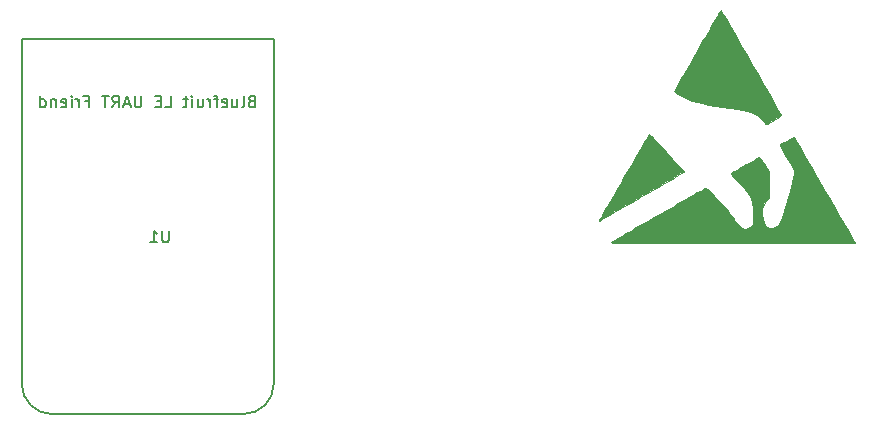
<source format=gbr>
G04 #@! TF.FileFunction,Legend,Bot*
%FSLAX46Y46*%
G04 Gerber Fmt 4.6, Leading zero omitted, Abs format (unit mm)*
G04 Created by KiCad (PCBNEW 4.0.6) date 05/08/17 22:06:13*
%MOMM*%
%LPD*%
G01*
G04 APERTURE LIST*
%ADD10C,0.100000*%
%ADD11C,0.150000*%
%ADD12C,0.010000*%
G04 APERTURE END LIST*
D10*
D11*
X147723715Y-122356571D02*
X147580858Y-122404190D01*
X147533239Y-122451810D01*
X147485620Y-122547048D01*
X147485620Y-122689905D01*
X147533239Y-122785143D01*
X147580858Y-122832762D01*
X147676096Y-122880381D01*
X148057049Y-122880381D01*
X148057049Y-121880381D01*
X147723715Y-121880381D01*
X147628477Y-121928000D01*
X147580858Y-121975619D01*
X147533239Y-122070857D01*
X147533239Y-122166095D01*
X147580858Y-122261333D01*
X147628477Y-122308952D01*
X147723715Y-122356571D01*
X148057049Y-122356571D01*
X146914192Y-122880381D02*
X147009430Y-122832762D01*
X147057049Y-122737524D01*
X147057049Y-121880381D01*
X146104667Y-122213714D02*
X146104667Y-122880381D01*
X146533239Y-122213714D02*
X146533239Y-122737524D01*
X146485620Y-122832762D01*
X146390382Y-122880381D01*
X146247524Y-122880381D01*
X146152286Y-122832762D01*
X146104667Y-122785143D01*
X145247524Y-122832762D02*
X145342762Y-122880381D01*
X145533239Y-122880381D01*
X145628477Y-122832762D01*
X145676096Y-122737524D01*
X145676096Y-122356571D01*
X145628477Y-122261333D01*
X145533239Y-122213714D01*
X145342762Y-122213714D01*
X145247524Y-122261333D01*
X145199905Y-122356571D01*
X145199905Y-122451810D01*
X145676096Y-122547048D01*
X144914191Y-122213714D02*
X144533239Y-122213714D01*
X144771334Y-122880381D02*
X144771334Y-122023238D01*
X144723715Y-121928000D01*
X144628477Y-121880381D01*
X144533239Y-121880381D01*
X144199905Y-122880381D02*
X144199905Y-122213714D01*
X144199905Y-122404190D02*
X144152286Y-122308952D01*
X144104667Y-122261333D01*
X144009429Y-122213714D01*
X143914190Y-122213714D01*
X143152285Y-122213714D02*
X143152285Y-122880381D01*
X143580857Y-122213714D02*
X143580857Y-122737524D01*
X143533238Y-122832762D01*
X143438000Y-122880381D01*
X143295142Y-122880381D01*
X143199904Y-122832762D01*
X143152285Y-122785143D01*
X142676095Y-122880381D02*
X142676095Y-122213714D01*
X142676095Y-121880381D02*
X142723714Y-121928000D01*
X142676095Y-121975619D01*
X142628476Y-121928000D01*
X142676095Y-121880381D01*
X142676095Y-121975619D01*
X142342762Y-122213714D02*
X141961810Y-122213714D01*
X142199905Y-121880381D02*
X142199905Y-122737524D01*
X142152286Y-122832762D01*
X142057048Y-122880381D01*
X141961810Y-122880381D01*
X140390380Y-122880381D02*
X140866571Y-122880381D01*
X140866571Y-121880381D01*
X140057047Y-122356571D02*
X139723713Y-122356571D01*
X139580856Y-122880381D02*
X140057047Y-122880381D01*
X140057047Y-121880381D01*
X139580856Y-121880381D01*
X138390380Y-121880381D02*
X138390380Y-122689905D01*
X138342761Y-122785143D01*
X138295142Y-122832762D01*
X138199904Y-122880381D01*
X138009427Y-122880381D01*
X137914189Y-122832762D01*
X137866570Y-122785143D01*
X137818951Y-122689905D01*
X137818951Y-121880381D01*
X137390380Y-122594667D02*
X136914189Y-122594667D01*
X137485618Y-122880381D02*
X137152285Y-121880381D01*
X136818951Y-122880381D01*
X135914189Y-122880381D02*
X136247523Y-122404190D01*
X136485618Y-122880381D02*
X136485618Y-121880381D01*
X136104665Y-121880381D01*
X136009427Y-121928000D01*
X135961808Y-121975619D01*
X135914189Y-122070857D01*
X135914189Y-122213714D01*
X135961808Y-122308952D01*
X136009427Y-122356571D01*
X136104665Y-122404190D01*
X136485618Y-122404190D01*
X135628475Y-121880381D02*
X135057046Y-121880381D01*
X135342761Y-122880381D02*
X135342761Y-121880381D01*
X133628474Y-122356571D02*
X133961808Y-122356571D01*
X133961808Y-122880381D02*
X133961808Y-121880381D01*
X133485617Y-121880381D01*
X133104665Y-122880381D02*
X133104665Y-122213714D01*
X133104665Y-122404190D02*
X133057046Y-122308952D01*
X133009427Y-122261333D01*
X132914189Y-122213714D01*
X132818950Y-122213714D01*
X132485617Y-122880381D02*
X132485617Y-122213714D01*
X132485617Y-121880381D02*
X132533236Y-121928000D01*
X132485617Y-121975619D01*
X132437998Y-121928000D01*
X132485617Y-121880381D01*
X132485617Y-121975619D01*
X131628474Y-122832762D02*
X131723712Y-122880381D01*
X131914189Y-122880381D01*
X132009427Y-122832762D01*
X132057046Y-122737524D01*
X132057046Y-122356571D01*
X132009427Y-122261333D01*
X131914189Y-122213714D01*
X131723712Y-122213714D01*
X131628474Y-122261333D01*
X131580855Y-122356571D01*
X131580855Y-122451810D01*
X132057046Y-122547048D01*
X131152284Y-122213714D02*
X131152284Y-122880381D01*
X131152284Y-122308952D02*
X131104665Y-122261333D01*
X131009427Y-122213714D01*
X130866569Y-122213714D01*
X130771331Y-122261333D01*
X130723712Y-122356571D01*
X130723712Y-122880381D01*
X129818950Y-122880381D02*
X129818950Y-121880381D01*
X129818950Y-122832762D02*
X129914188Y-122880381D01*
X130104665Y-122880381D01*
X130199903Y-122832762D01*
X130247522Y-122785143D01*
X130295141Y-122689905D01*
X130295141Y-122404190D01*
X130247522Y-122308952D01*
X130199903Y-122261333D01*
X130104665Y-122213714D01*
X129914188Y-122213714D01*
X129818950Y-122261333D01*
X130810000Y-148844000D02*
X147066000Y-148844000D01*
X128270000Y-117094000D02*
X128270000Y-146304000D01*
X149606000Y-117094000D02*
X128270000Y-117094000D01*
X130810000Y-148844000D02*
G75*
G02X128270000Y-146304000I0J2540000D01*
G01*
X149606000Y-146304000D02*
G75*
G02X147066000Y-148844000I-2540000J0D01*
G01*
X149606000Y-117094000D02*
X149606000Y-146304000D01*
D12*
G36*
X193575850Y-125434490D02*
X193466990Y-125476587D01*
X193301070Y-125560180D01*
X193062831Y-125691258D01*
X193044280Y-125701676D01*
X192824863Y-125827145D01*
X192639696Y-125937068D01*
X192506966Y-126020359D01*
X192444859Y-126065930D01*
X192443122Y-126068161D01*
X192458124Y-126131428D01*
X192526945Y-126272719D01*
X192645102Y-126484337D01*
X192808107Y-126758583D01*
X193011476Y-127087757D01*
X193250722Y-127464162D01*
X193310266Y-127556472D01*
X193465402Y-127812625D01*
X193578366Y-128033045D01*
X193639244Y-128197802D01*
X193645490Y-128230349D01*
X193642718Y-128373615D01*
X193611660Y-128600863D01*
X193556188Y-128897517D01*
X193480173Y-129249000D01*
X193387486Y-129640734D01*
X193281999Y-130058143D01*
X193167585Y-130486648D01*
X193048113Y-130911674D01*
X192927457Y-131318643D01*
X192809486Y-131692977D01*
X192698074Y-132020100D01*
X192597090Y-132285434D01*
X192526695Y-132442857D01*
X192443772Y-132610551D01*
X192365475Y-132771014D01*
X192361236Y-132779796D01*
X192231702Y-132941879D01*
X192042649Y-133051017D01*
X191822570Y-133103318D01*
X191599960Y-133094892D01*
X191403313Y-133021850D01*
X191292686Y-132925687D01*
X191133370Y-132661951D01*
X191016627Y-132333265D01*
X190952575Y-131973139D01*
X190943501Y-131768980D01*
X190980045Y-131387946D01*
X191087301Y-131072413D01*
X191271040Y-130807067D01*
X191328337Y-130748005D01*
X191498849Y-130582337D01*
X191510558Y-129411333D01*
X191522267Y-128240330D01*
X191223875Y-127788634D01*
X191083852Y-127584184D01*
X190949001Y-127400264D01*
X190838559Y-127262514D01*
X190791087Y-127211826D01*
X190656691Y-127086712D01*
X190474672Y-127184736D01*
X190359625Y-127254974D01*
X190296677Y-127309509D01*
X190292653Y-127319315D01*
X190249630Y-127360886D01*
X190176020Y-127391841D01*
X190104887Y-127419741D01*
X189995964Y-127472745D01*
X189839901Y-127556029D01*
X189627347Y-127674765D01*
X189348952Y-127834127D01*
X188995366Y-128039289D01*
X188803220Y-128151446D01*
X188577196Y-128285790D01*
X188428956Y-128381472D01*
X188345382Y-128449681D01*
X188313359Y-128501607D01*
X188319769Y-128548440D01*
X188325114Y-128559320D01*
X188377108Y-128627831D01*
X188488362Y-128756348D01*
X188645914Y-128930495D01*
X188836804Y-129135895D01*
X189001901Y-129310016D01*
X189382349Y-129723286D01*
X189679974Y-130081490D01*
X189897430Y-130388232D01*
X190037374Y-130647111D01*
X190084579Y-130778572D01*
X190104078Y-130893650D01*
X190124216Y-131089949D01*
X190143223Y-131345044D01*
X190159328Y-131636512D01*
X190166907Y-131820817D01*
X190177484Y-132139432D01*
X190182137Y-132372371D01*
X190179496Y-132537534D01*
X190168194Y-132652818D01*
X190146863Y-132736121D01*
X190114135Y-132805341D01*
X190088428Y-132847606D01*
X189939978Y-133010514D01*
X189748691Y-133124038D01*
X189547426Y-133173547D01*
X189396598Y-133155634D01*
X189260031Y-133078135D01*
X189088843Y-132939342D01*
X188907043Y-132763463D01*
X188738643Y-132574707D01*
X188607652Y-132397282D01*
X188559422Y-132311547D01*
X188487173Y-132194153D01*
X188355767Y-132015342D01*
X188177210Y-131789090D01*
X187963509Y-131529372D01*
X187726670Y-131250162D01*
X187478698Y-130965438D01*
X187231601Y-130689174D01*
X186997383Y-130435345D01*
X186788052Y-130217928D01*
X186623701Y-130058322D01*
X186441230Y-129898885D01*
X186287727Y-129781326D01*
X186180062Y-129717871D01*
X186144322Y-129710894D01*
X186089552Y-129739040D01*
X185952938Y-129814586D01*
X185742365Y-129932995D01*
X185465714Y-130089733D01*
X185130869Y-130280263D01*
X184745714Y-130500050D01*
X184318131Y-130744557D01*
X183856005Y-131009250D01*
X183367218Y-131289591D01*
X182859653Y-131581046D01*
X182341194Y-131879079D01*
X181819724Y-132179153D01*
X181303126Y-132476733D01*
X180799284Y-132767284D01*
X180316080Y-133046269D01*
X179861398Y-133309153D01*
X179443122Y-133551400D01*
X179069134Y-133768473D01*
X178747318Y-133955838D01*
X178485557Y-134108959D01*
X178291734Y-134223299D01*
X178173732Y-134294324D01*
X178139530Y-134316613D01*
X178185595Y-134321018D01*
X178330508Y-134325300D01*
X178569446Y-134329439D01*
X178897583Y-134333413D01*
X179310096Y-134337203D01*
X179802160Y-134340787D01*
X180368951Y-134344145D01*
X181005643Y-134347256D01*
X181707413Y-134350099D01*
X182469436Y-134352655D01*
X183286888Y-134354901D01*
X184154943Y-134356818D01*
X185068778Y-134358385D01*
X186023568Y-134359582D01*
X187014489Y-134360387D01*
X188036716Y-134360779D01*
X188465642Y-134360817D01*
X198840999Y-134360817D01*
X198101046Y-133077857D01*
X197944401Y-132806195D01*
X197742761Y-132456393D01*
X197502865Y-132040151D01*
X197231458Y-131569172D01*
X196935280Y-131055154D01*
X196621073Y-130509800D01*
X196295580Y-129944810D01*
X195965542Y-129371885D01*
X195637702Y-128802725D01*
X195554791Y-128658776D01*
X195252471Y-128134462D01*
X194964175Y-127635586D01*
X194694235Y-127169575D01*
X194446983Y-126743855D01*
X194226752Y-126365854D01*
X194037874Y-126042997D01*
X193884682Y-125782711D01*
X193771507Y-125592424D01*
X193702683Y-125479562D01*
X193683424Y-125450828D01*
X193642908Y-125427900D01*
X193575850Y-125434490D01*
X193575850Y-125434490D01*
G37*
X193575850Y-125434490D02*
X193466990Y-125476587D01*
X193301070Y-125560180D01*
X193062831Y-125691258D01*
X193044280Y-125701676D01*
X192824863Y-125827145D01*
X192639696Y-125937068D01*
X192506966Y-126020359D01*
X192444859Y-126065930D01*
X192443122Y-126068161D01*
X192458124Y-126131428D01*
X192526945Y-126272719D01*
X192645102Y-126484337D01*
X192808107Y-126758583D01*
X193011476Y-127087757D01*
X193250722Y-127464162D01*
X193310266Y-127556472D01*
X193465402Y-127812625D01*
X193578366Y-128033045D01*
X193639244Y-128197802D01*
X193645490Y-128230349D01*
X193642718Y-128373615D01*
X193611660Y-128600863D01*
X193556188Y-128897517D01*
X193480173Y-129249000D01*
X193387486Y-129640734D01*
X193281999Y-130058143D01*
X193167585Y-130486648D01*
X193048113Y-130911674D01*
X192927457Y-131318643D01*
X192809486Y-131692977D01*
X192698074Y-132020100D01*
X192597090Y-132285434D01*
X192526695Y-132442857D01*
X192443772Y-132610551D01*
X192365475Y-132771014D01*
X192361236Y-132779796D01*
X192231702Y-132941879D01*
X192042649Y-133051017D01*
X191822570Y-133103318D01*
X191599960Y-133094892D01*
X191403313Y-133021850D01*
X191292686Y-132925687D01*
X191133370Y-132661951D01*
X191016627Y-132333265D01*
X190952575Y-131973139D01*
X190943501Y-131768980D01*
X190980045Y-131387946D01*
X191087301Y-131072413D01*
X191271040Y-130807067D01*
X191328337Y-130748005D01*
X191498849Y-130582337D01*
X191510558Y-129411333D01*
X191522267Y-128240330D01*
X191223875Y-127788634D01*
X191083852Y-127584184D01*
X190949001Y-127400264D01*
X190838559Y-127262514D01*
X190791087Y-127211826D01*
X190656691Y-127086712D01*
X190474672Y-127184736D01*
X190359625Y-127254974D01*
X190296677Y-127309509D01*
X190292653Y-127319315D01*
X190249630Y-127360886D01*
X190176020Y-127391841D01*
X190104887Y-127419741D01*
X189995964Y-127472745D01*
X189839901Y-127556029D01*
X189627347Y-127674765D01*
X189348952Y-127834127D01*
X188995366Y-128039289D01*
X188803220Y-128151446D01*
X188577196Y-128285790D01*
X188428956Y-128381472D01*
X188345382Y-128449681D01*
X188313359Y-128501607D01*
X188319769Y-128548440D01*
X188325114Y-128559320D01*
X188377108Y-128627831D01*
X188488362Y-128756348D01*
X188645914Y-128930495D01*
X188836804Y-129135895D01*
X189001901Y-129310016D01*
X189382349Y-129723286D01*
X189679974Y-130081490D01*
X189897430Y-130388232D01*
X190037374Y-130647111D01*
X190084579Y-130778572D01*
X190104078Y-130893650D01*
X190124216Y-131089949D01*
X190143223Y-131345044D01*
X190159328Y-131636512D01*
X190166907Y-131820817D01*
X190177484Y-132139432D01*
X190182137Y-132372371D01*
X190179496Y-132537534D01*
X190168194Y-132652818D01*
X190146863Y-132736121D01*
X190114135Y-132805341D01*
X190088428Y-132847606D01*
X189939978Y-133010514D01*
X189748691Y-133124038D01*
X189547426Y-133173547D01*
X189396598Y-133155634D01*
X189260031Y-133078135D01*
X189088843Y-132939342D01*
X188907043Y-132763463D01*
X188738643Y-132574707D01*
X188607652Y-132397282D01*
X188559422Y-132311547D01*
X188487173Y-132194153D01*
X188355767Y-132015342D01*
X188177210Y-131789090D01*
X187963509Y-131529372D01*
X187726670Y-131250162D01*
X187478698Y-130965438D01*
X187231601Y-130689174D01*
X186997383Y-130435345D01*
X186788052Y-130217928D01*
X186623701Y-130058322D01*
X186441230Y-129898885D01*
X186287727Y-129781326D01*
X186180062Y-129717871D01*
X186144322Y-129710894D01*
X186089552Y-129739040D01*
X185952938Y-129814586D01*
X185742365Y-129932995D01*
X185465714Y-130089733D01*
X185130869Y-130280263D01*
X184745714Y-130500050D01*
X184318131Y-130744557D01*
X183856005Y-131009250D01*
X183367218Y-131289591D01*
X182859653Y-131581046D01*
X182341194Y-131879079D01*
X181819724Y-132179153D01*
X181303126Y-132476733D01*
X180799284Y-132767284D01*
X180316080Y-133046269D01*
X179861398Y-133309153D01*
X179443122Y-133551400D01*
X179069134Y-133768473D01*
X178747318Y-133955838D01*
X178485557Y-134108959D01*
X178291734Y-134223299D01*
X178173732Y-134294324D01*
X178139530Y-134316613D01*
X178185595Y-134321018D01*
X178330508Y-134325300D01*
X178569446Y-134329439D01*
X178897583Y-134333413D01*
X179310096Y-134337203D01*
X179802160Y-134340787D01*
X180368951Y-134344145D01*
X181005643Y-134347256D01*
X181707413Y-134350099D01*
X182469436Y-134352655D01*
X183286888Y-134354901D01*
X184154943Y-134356818D01*
X185068778Y-134358385D01*
X186023568Y-134359582D01*
X187014489Y-134360387D01*
X188036716Y-134360779D01*
X188465642Y-134360817D01*
X198840999Y-134360817D01*
X198101046Y-133077857D01*
X197944401Y-132806195D01*
X197742761Y-132456393D01*
X197502865Y-132040151D01*
X197231458Y-131569172D01*
X196935280Y-131055154D01*
X196621073Y-130509800D01*
X196295580Y-129944810D01*
X195965542Y-129371885D01*
X195637702Y-128802725D01*
X195554791Y-128658776D01*
X195252471Y-128134462D01*
X194964175Y-127635586D01*
X194694235Y-127169575D01*
X194446983Y-126743855D01*
X194226752Y-126365854D01*
X194037874Y-126042997D01*
X193884682Y-125782711D01*
X193771507Y-125592424D01*
X193702683Y-125479562D01*
X193683424Y-125450828D01*
X193642908Y-125427900D01*
X193575850Y-125434490D01*
G36*
X181307865Y-125245256D02*
X181269777Y-125309095D01*
X181184163Y-125455451D01*
X181055259Y-125677011D01*
X180887296Y-125966464D01*
X180684509Y-126316497D01*
X180451132Y-126719797D01*
X180191398Y-127169053D01*
X179909540Y-127656953D01*
X179609793Y-128176183D01*
X179301478Y-128710613D01*
X178986602Y-129256556D01*
X178684288Y-129780658D01*
X178398916Y-130275326D01*
X178134869Y-130732966D01*
X177896528Y-131145986D01*
X177688276Y-131506793D01*
X177514494Y-131807795D01*
X177379565Y-132041398D01*
X177287869Y-132200010D01*
X177244753Y-132274388D01*
X177174466Y-132400045D01*
X177136250Y-132478701D01*
X177134156Y-132492387D01*
X177180728Y-132466688D01*
X177310240Y-132392927D01*
X177515921Y-132275006D01*
X177791003Y-132116828D01*
X178128715Y-131922297D01*
X178522287Y-131695316D01*
X178964949Y-131439787D01*
X179449932Y-131159614D01*
X179970466Y-130858699D01*
X180519781Y-130540945D01*
X180728775Y-130420001D01*
X181287920Y-130096524D01*
X181821467Y-129788121D01*
X182322568Y-129498733D01*
X182784373Y-129232304D01*
X183200034Y-128992777D01*
X183562702Y-128784093D01*
X183865528Y-128610198D01*
X184101663Y-128475033D01*
X184264259Y-128382541D01*
X184346466Y-128336665D01*
X184355061Y-128332321D01*
X184330013Y-128292983D01*
X184242844Y-128187805D01*
X184102456Y-128026477D01*
X183917747Y-127818687D01*
X183697616Y-127574124D01*
X183450963Y-127302476D01*
X183186688Y-127013434D01*
X182913688Y-126716684D01*
X182640864Y-126421917D01*
X182377115Y-126138821D01*
X182131340Y-125877085D01*
X181912439Y-125646398D01*
X181729311Y-125456448D01*
X181590854Y-125316925D01*
X181543369Y-125271174D01*
X181386010Y-125123368D01*
X181307865Y-125245256D01*
X181307865Y-125245256D01*
G37*
X181307865Y-125245256D02*
X181269777Y-125309095D01*
X181184163Y-125455451D01*
X181055259Y-125677011D01*
X180887296Y-125966464D01*
X180684509Y-126316497D01*
X180451132Y-126719797D01*
X180191398Y-127169053D01*
X179909540Y-127656953D01*
X179609793Y-128176183D01*
X179301478Y-128710613D01*
X178986602Y-129256556D01*
X178684288Y-129780658D01*
X178398916Y-130275326D01*
X178134869Y-130732966D01*
X177896528Y-131145986D01*
X177688276Y-131506793D01*
X177514494Y-131807795D01*
X177379565Y-132041398D01*
X177287869Y-132200010D01*
X177244753Y-132274388D01*
X177174466Y-132400045D01*
X177136250Y-132478701D01*
X177134156Y-132492387D01*
X177180728Y-132466688D01*
X177310240Y-132392927D01*
X177515921Y-132275006D01*
X177791003Y-132116828D01*
X178128715Y-131922297D01*
X178522287Y-131695316D01*
X178964949Y-131439787D01*
X179449932Y-131159614D01*
X179970466Y-130858699D01*
X180519781Y-130540945D01*
X180728775Y-130420001D01*
X181287920Y-130096524D01*
X181821467Y-129788121D01*
X182322568Y-129498733D01*
X182784373Y-129232304D01*
X183200034Y-128992777D01*
X183562702Y-128784093D01*
X183865528Y-128610198D01*
X184101663Y-128475033D01*
X184264259Y-128382541D01*
X184346466Y-128336665D01*
X184355061Y-128332321D01*
X184330013Y-128292983D01*
X184242844Y-128187805D01*
X184102456Y-128026477D01*
X183917747Y-127818687D01*
X183697616Y-127574124D01*
X183450963Y-127302476D01*
X183186688Y-127013434D01*
X182913688Y-126716684D01*
X182640864Y-126421917D01*
X182377115Y-126138821D01*
X182131340Y-125877085D01*
X181912439Y-125646398D01*
X181729311Y-125456448D01*
X181590854Y-125316925D01*
X181543369Y-125271174D01*
X181386010Y-125123368D01*
X181307865Y-125245256D01*
G36*
X187410959Y-114706470D02*
X187333906Y-114831679D01*
X187215193Y-115030047D01*
X187059688Y-115293132D01*
X186872258Y-115612495D01*
X186657769Y-115979696D01*
X186421091Y-116386296D01*
X186167089Y-116823853D01*
X185900632Y-117283929D01*
X185626587Y-117758084D01*
X185349822Y-118237877D01*
X185075203Y-118714869D01*
X184807598Y-119180620D01*
X184551876Y-119626689D01*
X184312902Y-120044638D01*
X184095545Y-120426026D01*
X183904672Y-120762413D01*
X183745151Y-121045360D01*
X183621848Y-121266426D01*
X183539632Y-121417171D01*
X183503369Y-121489157D01*
X183502041Y-121493656D01*
X183547058Y-121554740D01*
X183672191Y-121648176D01*
X183862559Y-121764794D01*
X184103284Y-121895423D01*
X184355298Y-122019558D01*
X184698208Y-122170083D01*
X185058818Y-122305330D01*
X185449551Y-122428304D01*
X185882829Y-122542010D01*
X186371076Y-122649454D01*
X186926713Y-122753641D01*
X187562164Y-122857576D01*
X188219493Y-122954363D01*
X188790596Y-123040229D01*
X189270176Y-123125235D01*
X189670259Y-123213606D01*
X190002872Y-123309566D01*
X190280039Y-123417339D01*
X190513788Y-123541150D01*
X190716143Y-123685224D01*
X190899132Y-123853785D01*
X190958140Y-123916403D01*
X191086040Y-124062181D01*
X191180654Y-124181140D01*
X191224545Y-124251096D01*
X191225714Y-124256831D01*
X191241071Y-124292004D01*
X191294362Y-124292401D01*
X191396417Y-124253341D01*
X191558068Y-124170143D01*
X191790145Y-124038126D01*
X191951428Y-123943191D01*
X192191926Y-123794786D01*
X192378824Y-123667711D01*
X192499562Y-123571106D01*
X192541580Y-123514115D01*
X192541555Y-123513701D01*
X192515499Y-123459391D01*
X192441913Y-123323380D01*
X192325068Y-123113081D01*
X192169236Y-122835907D01*
X191978687Y-122499270D01*
X191757694Y-122110583D01*
X191510528Y-121677260D01*
X191241459Y-121206711D01*
X190954760Y-120706350D01*
X190654701Y-120183590D01*
X190345555Y-119645844D01*
X190031591Y-119100523D01*
X189717083Y-118555040D01*
X189406300Y-118016809D01*
X189103515Y-117493242D01*
X188812998Y-116991751D01*
X188539021Y-116519750D01*
X188285856Y-116084650D01*
X188057774Y-115693864D01*
X187859046Y-115354806D01*
X187693943Y-115074887D01*
X187566737Y-114861521D01*
X187481699Y-114722120D01*
X187443100Y-114664096D01*
X187441484Y-114662857D01*
X187410959Y-114706470D01*
X187410959Y-114706470D01*
G37*
X187410959Y-114706470D02*
X187333906Y-114831679D01*
X187215193Y-115030047D01*
X187059688Y-115293132D01*
X186872258Y-115612495D01*
X186657769Y-115979696D01*
X186421091Y-116386296D01*
X186167089Y-116823853D01*
X185900632Y-117283929D01*
X185626587Y-117758084D01*
X185349822Y-118237877D01*
X185075203Y-118714869D01*
X184807598Y-119180620D01*
X184551876Y-119626689D01*
X184312902Y-120044638D01*
X184095545Y-120426026D01*
X183904672Y-120762413D01*
X183745151Y-121045360D01*
X183621848Y-121266426D01*
X183539632Y-121417171D01*
X183503369Y-121489157D01*
X183502041Y-121493656D01*
X183547058Y-121554740D01*
X183672191Y-121648176D01*
X183862559Y-121764794D01*
X184103284Y-121895423D01*
X184355298Y-122019558D01*
X184698208Y-122170083D01*
X185058818Y-122305330D01*
X185449551Y-122428304D01*
X185882829Y-122542010D01*
X186371076Y-122649454D01*
X186926713Y-122753641D01*
X187562164Y-122857576D01*
X188219493Y-122954363D01*
X188790596Y-123040229D01*
X189270176Y-123125235D01*
X189670259Y-123213606D01*
X190002872Y-123309566D01*
X190280039Y-123417339D01*
X190513788Y-123541150D01*
X190716143Y-123685224D01*
X190899132Y-123853785D01*
X190958140Y-123916403D01*
X191086040Y-124062181D01*
X191180654Y-124181140D01*
X191224545Y-124251096D01*
X191225714Y-124256831D01*
X191241071Y-124292004D01*
X191294362Y-124292401D01*
X191396417Y-124253341D01*
X191558068Y-124170143D01*
X191790145Y-124038126D01*
X191951428Y-123943191D01*
X192191926Y-123794786D01*
X192378824Y-123667711D01*
X192499562Y-123571106D01*
X192541580Y-123514115D01*
X192541555Y-123513701D01*
X192515499Y-123459391D01*
X192441913Y-123323380D01*
X192325068Y-123113081D01*
X192169236Y-122835907D01*
X191978687Y-122499270D01*
X191757694Y-122110583D01*
X191510528Y-121677260D01*
X191241459Y-121206711D01*
X190954760Y-120706350D01*
X190654701Y-120183590D01*
X190345555Y-119645844D01*
X190031591Y-119100523D01*
X189717083Y-118555040D01*
X189406300Y-118016809D01*
X189103515Y-117493242D01*
X188812998Y-116991751D01*
X188539021Y-116519750D01*
X188285856Y-116084650D01*
X188057774Y-115693864D01*
X187859046Y-115354806D01*
X187693943Y-115074887D01*
X187566737Y-114861521D01*
X187481699Y-114722120D01*
X187443100Y-114664096D01*
X187441484Y-114662857D01*
X187410959Y-114706470D01*
D11*
X140715905Y-133310381D02*
X140715905Y-134119905D01*
X140668286Y-134215143D01*
X140620667Y-134262762D01*
X140525429Y-134310381D01*
X140334952Y-134310381D01*
X140239714Y-134262762D01*
X140192095Y-134215143D01*
X140144476Y-134119905D01*
X140144476Y-133310381D01*
X139144476Y-134310381D02*
X139715905Y-134310381D01*
X139430191Y-134310381D02*
X139430191Y-133310381D01*
X139525429Y-133453238D01*
X139620667Y-133548476D01*
X139715905Y-133596095D01*
M02*

</source>
